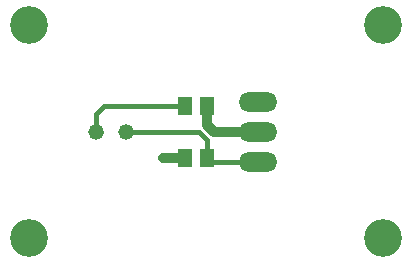
<source format=gtl>
G04 (created by PCBNEW (2013-07-07 BZR 4022)-stable) date 2015/2/26 10:28:25*
%MOIN*%
G04 Gerber Fmt 3.4, Leading zero omitted, Abs format*
%FSLAX34Y34*%
G01*
G70*
G90*
G04 APERTURE LIST*
%ADD10C,0.00590551*%
%ADD11O,0.129X0.0645*%
%ADD12C,0.126*%
%ADD13R,0.0511X0.059*%
%ADD14C,0.052*%
%ADD15C,0.032*%
%ADD16C,0.032*%
%ADD17C,0.016*%
G04 APERTURE END LIST*
G54D10*
G54D11*
X24559Y-14354D03*
X24559Y-15354D03*
X24559Y-16354D03*
G54D12*
X16929Y-11811D03*
X28740Y-11811D03*
X16929Y-18897D03*
X28740Y-18897D03*
G54D13*
X22126Y-14500D03*
X22874Y-14500D03*
X22874Y-16250D03*
X22126Y-16250D03*
G54D14*
X19185Y-15354D03*
X20185Y-15354D03*
G54D15*
X21400Y-16250D03*
G54D16*
X24559Y-15354D02*
X23104Y-15354D01*
X22874Y-15124D02*
X22874Y-14500D01*
X23104Y-15354D02*
X22874Y-15124D01*
X22126Y-16250D02*
X21400Y-16250D01*
G54D17*
X22126Y-14500D02*
X19450Y-14500D01*
X19185Y-14764D02*
X19185Y-15354D01*
X19450Y-14500D02*
X19185Y-14764D01*
X22874Y-16250D02*
X22978Y-16354D01*
X22978Y-16354D02*
X24559Y-16354D01*
X20185Y-15354D02*
X22604Y-15354D01*
X22874Y-15624D02*
X22874Y-16250D01*
X22604Y-15354D02*
X22874Y-15624D01*
M02*

</source>
